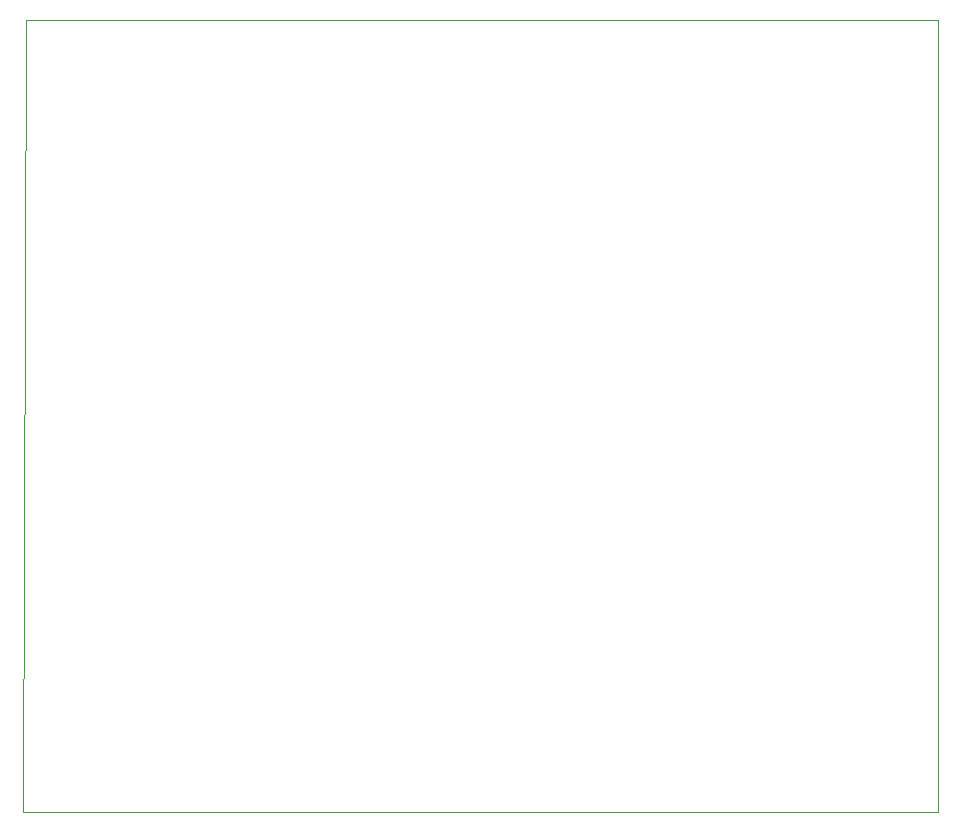
<source format=gm1>
G04 #@! TF.GenerationSoftware,KiCad,Pcbnew,(5.1.4)-1*
G04 #@! TF.CreationDate,2020-08-26T09:44:50+02:00*
G04 #@! TF.ProjectId,flight_controler,666c6967-6874-45f6-936f-6e74726f6c65,rev?*
G04 #@! TF.SameCoordinates,Original*
G04 #@! TF.FileFunction,Profile,NP*
%FSLAX46Y46*%
G04 Gerber Fmt 4.6, Leading zero omitted, Abs format (unit mm)*
G04 Created by KiCad (PCBNEW (5.1.4)-1) date 2020-08-26 09:44:50*
%MOMM*%
%LPD*%
G04 APERTURE LIST*
%ADD10C,0.050000*%
G04 APERTURE END LIST*
D10*
X163830000Y-142240000D02*
X170180000Y-142240000D01*
X164084000Y-75184000D02*
X163830000Y-142240000D01*
X241300000Y-142240000D02*
X170180000Y-142240000D01*
X167894000Y-75184000D02*
X164084000Y-75184000D01*
X241300000Y-75184000D02*
X167894000Y-75184000D01*
X241300000Y-142240000D02*
X241300000Y-75184000D01*
M02*

</source>
